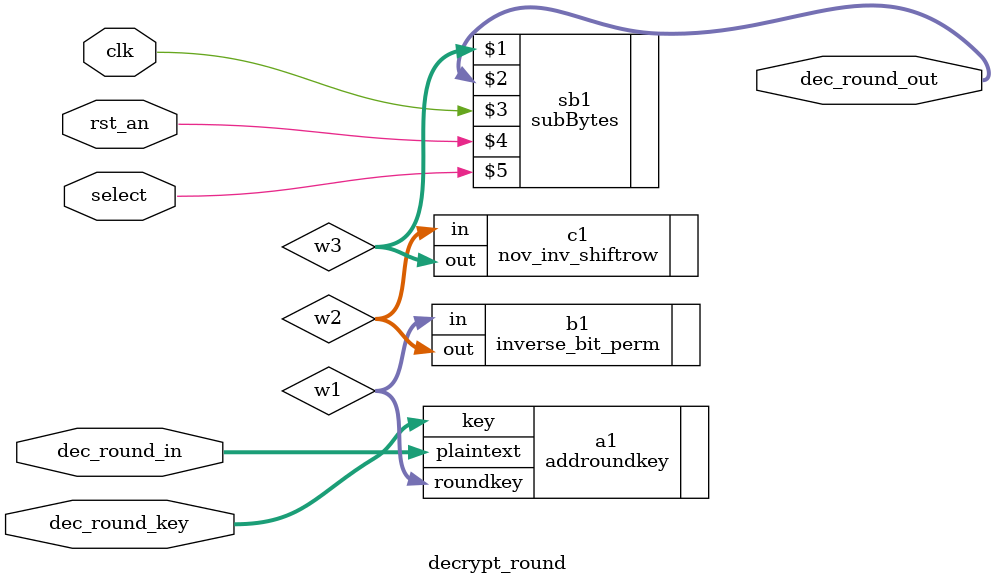
<source format=v>
module decrypt_round(dec_round_in, dec_round_out,dec_round_key,select,clk,rst_an);
input [127:0]dec_round_in, dec_round_key;
output [127:0]dec_round_out;
wire [127:0]w1,w2,w3;
input clk,rst_an,select;

addroundkey a1(.plaintext(dec_round_in),.key(dec_round_key),.roundkey(w1));
inverse_bit_perm b1(.in(w1),.out(w2));
nov_inv_shiftrow c1(.in(w2),.out(w3));
subBytes sb1(w3,dec_round_out,clk,rst_an,select);

endmodule
</source>
